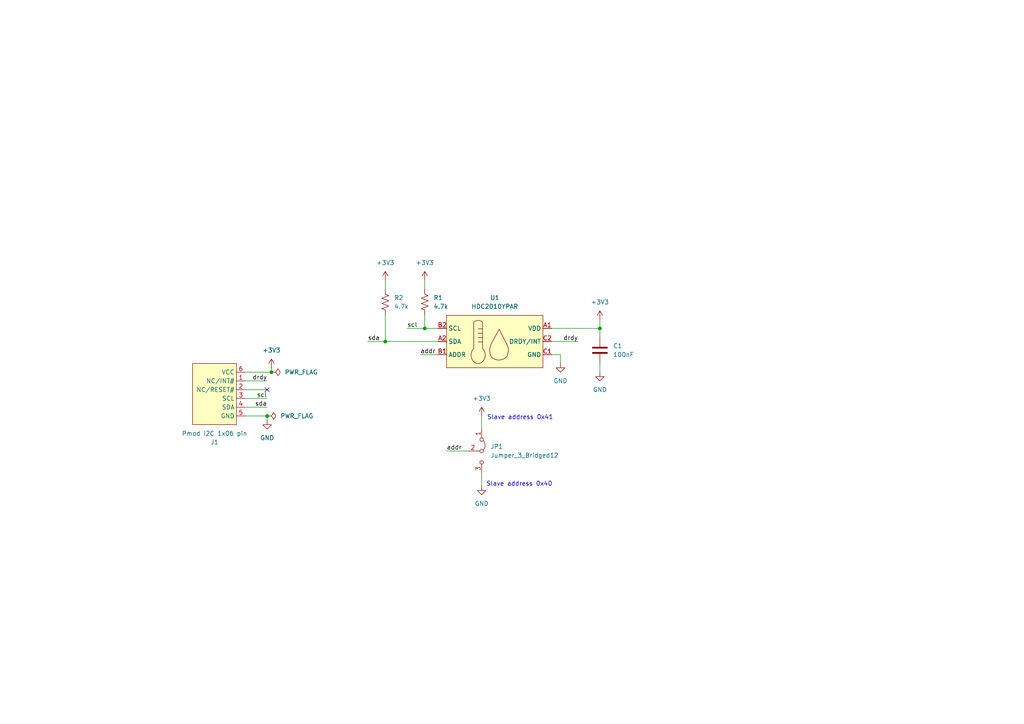
<source format=kicad_sch>
(kicad_sch (version 20250114) (generator "eeschema") (generator_version "9.0")
  (paper "A4")
  (title_block (title "Temperature and humidity sensor module") (date "2026-01-18") (rev "0.0") (company "Cotti"))
  (lib_symbols
    (symbol "Device:C" (pin_numbers (hide yes)) (pin_names (offset 0.254))
      (property "Reference" "C" (at 0.635 2.54 0))
      (property "Value" "C" (at 0.635 -2.54 0))
      (symbol "C_0_1"
        (polyline (pts (xy -2.032 0.762) (xy 2.032 0.762)) (stroke (width 0.508)))
        (polyline (pts (xy -2.032 -0.762) (xy 2.032 -0.762)) (stroke (width 0.508)))
      )
      (symbol "C_1_1"
        (pin passive line (at 0 3.81 270) (length 2.794) (name "~") (number "1"))
        (pin passive line (at 0 -3.81 90) (length 2.794) (name "~") (number "2"))
      )
    )
    (symbol "Device:R_US" (pin_numbers (hide yes)) (pin_names (offset 0))
      (property "Reference" "R" (at 2.54 0 90))
      (property "Value" "R_US" (at -2.54 0 90))
      (symbol "R_US_0_1"
        (polyline (pts (xy 0 2.286) (xy 0 2.54)))
        (polyline (pts (xy 0 2.286) (xy 1.016 1.905) (xy 0 1.524) (xy -1.016 1.143) (xy 0 0.762)))
        (polyline (pts (xy 0 0.762) (xy 1.016 0.381) (xy 0 0) (xy -1.016 -0.381) (xy 0 -0.762)))
        (polyline (pts (xy 0 -0.762) (xy 1.016 -1.143) (xy 0 -1.524) (xy -1.016 -1.905) (xy 0 -2.286)))
        (polyline (pts (xy 0 -2.286) (xy 0 -2.54)))
      )
      (symbol "R_US_1_1"
        (pin passive line (at 0 3.81 270) (length 1.27) (name "~") (number "1"))
        (pin passive line (at 0 -3.81 90) (length 1.27) (name "~") (number "2"))
      )
    )
    (symbol "cotti_connectors:Jumper_3_Bridged12" (pin_names (offset 0) (hide yes)) (in_bom no)
      (property "Reference" "JP" (at 0 5.08 0))
      (property "Value" "Jumper_3_Bridged12" (at 0 2.794 0))
      (symbol "Jumper_3_Bridged12_0_0"
        (circle (center -3.302 0) (radius 0.508))
        (circle (center 0 0) (radius 0.508))
        (circle (center 3.302 0) (radius 0.508))
      )
      (symbol "Jumper_3_Bridged12_0_1"
        (arc (start -3.048 0.508) (mid -1.651 0.9912) (end -0.254 0.508))
        (polyline (pts (xy 0 -1.27) (xy 0 -0.508)))
      )
      (symbol "Jumper_3_Bridged12_1_1"
        (pin passive line (at -6.35 0 0) (length 2.54) (name "A") (number "1"))
        (pin passive line (at 0 -3.81 90) (length 2.54) (name "C") (number "2"))
        (pin passive line (at 6.35 0 180) (length 2.54) (name "B") (number "3"))
      )
    )
    (symbol "cotti_pmod:pmod_i2c_1x06_pin"
      (property "Reference" "J" (at 0.762 1.016 0))
      (property "Value" "Pmod I2C 1x06 pin" (at 5.334 -19.304 0))
      (symbol "pmod_i2c_1x06_pin_1_1"
        (rectangle (start 0 0) (end 12.7 -17.78) (fill (type background)))
        (pin power_in line (at -2.54 -2.54 0) (length 2.54) (name "VCC") (number "6"))
        (pin input line (at -2.54 -5.08 0) (length 2.54) (name "NC/INT#") (number "1"))
        (pin output line (at -2.54 -7.62 0) (length 2.54) (name "NC/RESET#") (number "2"))
        (pin bidirectional line (at -2.54 -10.16 0) (length 2.54) (name "SCL") (number "3"))
        (pin bidirectional line (at -2.54 -12.7 0) (length 2.54) (name "SDA") (number "4"))
        (pin power_in line (at -2.54 -15.24 0) (length 2.54) (name "GND") (number "5"))
      )
    )
    (symbol "cotti_sensors:temp_humid_sensor"
      (property "Reference" "U" (at -12.7 8.636 0))
      (property "Value" "HDC2010YPAR" (at 8.382 8.89 0))
      (symbol "temp_humid_sensor_1_1"
        (rectangle (start -12.7 7.62) (end 15.24 -7.62) (fill (type background)))
        (polyline (pts (xy -4.826 5.588) (xy -4.826 -2.032)))
        (arc (start -2.286 -2.032) (mid -1.4969 -3.937) (end -2.286 -5.842))
        (arc (start -4.826 5.588) (mid -3.556 6.1141) (end -2.286 5.588))
        (polyline (pts (xy -3.556 3.683) (xy -2.286 3.683)))
        (polyline (pts (xy -3.556 2.413) (xy -2.286 2.413)))
        (polyline (pts (xy -3.556 1.143) (xy -2.286 1.143)))
        (polyline (pts (xy -3.556 -0.127) (xy -2.286 -0.127)))
        (arc (start -2.286 -5.842) (mid -3.556 -6.3681) (end -4.826 -5.842))
        (arc (start -4.8259 -5.842) (mid -5.615 -3.937) (end -4.8259 -2.032))
        (polyline (pts (xy -2.286 5.588) (xy -2.286 -2.032)))
        (arc (start 4.699 -0.635) (mid 5.1917 -2.54) (end 4.699 -4.445))
        (arc (start 4.699 -4.445) (mid 2.4765 -5.3656) (end 0.254 -4.445))
        (polyline (pts (xy 2.54 3.556) (xy 0.254 -0.635)))
        (polyline (pts (xy 2.54 3.556) (xy 4.699 -0.635)))
        (arc (start 0.254 -4.445) (mid -0.1957 -2.54) (end 0.254 -0.635))
        (pin input line (at -15.24 3.81 0) (length 2.54) (name "SCL") (number "B2"))
        (pin bidirectional line (at -15.24 0 0) (length 2.54) (name "SDA") (number "A2"))
        (pin input line (at -15.24 -3.81 0) (length 2.54) (name "ADDR") (number "B1"))
        (pin power_in line (at 17.78 3.81 180) (length 2.54) (name "VDD") (number "A1"))
        (pin output line (at 17.78 0 180) (length 2.54) (name "DRDY/INT") (number "C2"))
        (pin power_in line (at 17.78 -3.81 180) (length 2.54) (name "GND") (number "C1"))
      )
    )
    (symbol "power:+3V3" (power) (pin_numbers (hide yes)) (pin_names (offset 0) (hide yes))
      (property "Value" "+3V3" (at 0 3.556 0))
      (symbol "+3V3_0_1"
        (polyline (pts (xy -0.762 1.27) (xy 0 2.54)))
        (polyline (pts (xy 0 2.54) (xy 0.762 1.27)))
        (polyline (pts (xy 0 0) (xy 0 2.54)))
      )
      (symbol "+3V3_1_1"
        (pin power_in line (at 0 0 90) (length 0) (name "~") (number "1"))
      )
    )
    (symbol "power:GND" (power) (pin_numbers (hide yes)) (pin_names (offset 0) (hide yes))
      (property "Value" "GND" (at 0 -3.81 0))
      (symbol "GND_0_1"
        (polyline (pts (xy 0 0) (xy 0 -1.27) (xy 1.27 -1.27) (xy 0 -2.54) (xy -1.27 -1.27) (xy 0 -1.27)))
      )
      (symbol "GND_1_1"
        (pin power_in line (at 0 0 270) (length 0) (name "~") (number "1"))
      )
    )
    (symbol "power:PWR_FLAG" (power) (pin_numbers (hide yes)) (pin_names (offset 0) (hide yes))
      (property "Value" "PWR_FLAG" (at 0 3.81 0))
      (symbol "PWR_FLAG_0_0"
        (pin power_out line (at 0 0 90) (length 0) (name "~") (number "1"))
      )
      (symbol "PWR_FLAG_0_1"
        (polyline (pts (xy 0 0) (xy 0 1.27) (xy -1.016 1.905) (xy 0 2.54) (xy 1.016 1.905) (xy 0 1.27)))
      )
    )
  )
  (text "Slave address 0x41" (at 150.876 121.158 0) (effects (font (size 1.27 1.27))))
  (text "Slave address 0x40" (at 150.622 140.462 0) (effects (font (size 1.27 1.27))))
  (junction (at 78.74 107.95))
  (junction (at 123.19 95.25))
  (junction (at 77.47 120.65))
  (junction (at 173.99 95.25))
  (junction (at 111.76 99.06))
  (no_connect (at 77.47 113.03))
  (wire (pts (xy 160.02 99.06) (xy 167.64 99.06)))
  (wire (pts (xy 160.02 95.25) (xy 173.99 95.25)))
  (wire (pts (xy 123.19 81.28) (xy 123.19 83.82)))
  (wire (pts (xy 118.11 95.25) (xy 123.19 95.25)))
  (wire (pts (xy 129.54 130.81) (xy 135.89 130.81)))
  (wire (pts (xy 111.76 81.28) (xy 111.76 83.82)))
  (wire (pts (xy 123.19 95.25) (xy 123.19 91.44)))
  (wire (pts (xy 173.99 105.41) (xy 173.99 107.95)))
  (wire (pts (xy 71.12 118.11) (xy 77.47 118.11)))
  (wire (pts (xy 127 95.25) (xy 123.19 95.25)))
  (wire (pts (xy 106.68 99.06) (xy 111.76 99.06)))
  (wire (pts (xy 77.47 120.65) (xy 77.47 121.92)))
  (wire (pts (xy 162.56 102.87) (xy 162.56 105.41)))
  (wire (pts (xy 173.99 95.25) (xy 173.99 97.79)))
  (wire (pts (xy 71.12 110.49) (xy 77.47 110.49)))
  (wire (pts (xy 71.12 115.57) (xy 77.47 115.57)))
  (wire (pts (xy 127 99.06) (xy 111.76 99.06)))
  (wire (pts (xy 121.92 102.87) (xy 127 102.87)))
  (wire (pts (xy 139.7 120.65) (xy 139.7 124.46)))
  (wire (pts (xy 78.74 107.95) (xy 78.74 106.68)))
  (wire (pts (xy 139.7 137.16) (xy 139.7 140.97)))
  (wire (pts (xy 173.99 92.71) (xy 173.99 95.25)))
  (wire (pts (xy 71.12 107.95) (xy 78.74 107.95)))
  (wire (pts (xy 71.12 120.65) (xy 77.47 120.65)))
  (wire (pts (xy 111.76 99.06) (xy 111.76 91.44)))
  (wire (pts (xy 160.02 102.87) (xy 162.56 102.87)))
  (wire (pts (xy 71.12 113.03) (xy 77.47 113.03)))
  (label "scl" (at 118.11 95.25 0))
  (label "addr" (at 129.54 130.81 0))
  (label "scl" (at 77.47 115.57 180))
  (label "addr" (at 121.92 102.87 0))
  (label "sda" (at 106.68 99.06 0))
  (label "sda" (at 77.47 118.11 180))
  (label "drdy" (at 167.64 99.06 180))
  (label "drdy" (at 77.47 110.49 180))
  (symbol (lib_id "cotti_connectors:Jumper_3_Bridged12") (at 139.7 130.81 270) (unit 1) (in_bom no)
    (property "Reference" "JP1" (at 142.24 129.5399 90) (effects (justify left)))
    (property "Value" "Jumper_3_Bridged12" (at 142.24 132.0799 90) (effects (justify left)))
    (property "Footprint" "Connector_PinHeader_2.54mm:PinHeader_1x03_P2.54mm_Vertical" (effects (hide yes)))
    (property "Datasheet" "https://app.adam-tech.com/products/download/data_sheet/201605/ph1-xx-ua-data-sheet.pdf" (effects (hide yes)))
    (property "Description" "Jumper, 3-pole, pins 1+2 closed/bridged" (effects (hide yes)))
    (property "Digikey" "https://www.digikey.com/en/products/detail/adam-tech/PH1-03-UA/9830289" (effects (hide yes)))
    (property "Mfr." "Adam Tech" (effects (hide yes)))
    (property "Mfr. P/N" "PH1-03-UA" (effects (hide yes)))
  )
  (symbol (lib_id "power:+3V3") (at 173.99 92.71 0) (unit 1)
    (property "Reference" "#PWR09" (effects (hide yes)))
    (property "Value" "+3V3" (at 173.99 87.63 0))
    (property "Description" "Power symbol creates a global label with name \"+3V3\"" (effects (hide yes)))
  )
  (symbol (lib_id "cotti_pmod:pmod_i2c_1x06_pin") (at 68.58 105.41 0) (mirror y) (unit 1)
    (property "Reference" "J1" (at 62.23 128.27 0))
    (property "Value" "Pmod I2C 1x06 pin" (at 62.23 125.73 0))
    (property "Footprint" "cotti_footprints:Pmod_1x06_pin" (effects (hide yes)))
    (property "Datasheet" "https://app.adam-tech.com/products/download/data_sheet/201281/ph1rb-xx-ua-data-sheet.pdf" (effects (hide yes)))
    (property "Description" "Connector Header Through Hole, Right Angle 6 position 0.100\" (2.54mm)" (effects (hide yes)))
    (property "Digikey" "https://www.digikey.com/en/products/detail/adam-tech/PH1RB-06-UA/9830592" (effects (hide yes)))
    (property "Mfr." "Adam Tech" (effects (hide yes)))
    (property "Mfr. P/N" "PH1RB-06-UA" (effects (hide yes)))
  )
  (symbol (lib_id "power:GND") (at 162.56 105.41 0) (unit 1)
    (property "Reference" "#PWR03" (effects (hide yes)))
    (property "Value" "GND" (at 162.56 110.49 0))
    (property "Description" "Power symbol creates a global label with name \"GND\" , ground" (effects (hide yes)))
  )
  (symbol (lib_id "Device:R_US") (at 123.19 87.63 0) (unit 1)
    (property "Reference" "R1" (at 125.73 86.3599 0) (effects (justify left)))
    (property "Value" "4.7k" (at 125.73 88.8999 0) (effects (justify left)))
    (property "Footprint" "Resistor_SMD:R_0805_2012Metric_Pad1.20x1.40mm_HandSolder" (effects (hide yes)))
    (property "Datasheet" "https://www.yageogroup.com/content/datasheet/asset/file/PYU-RC_GROUP_51_ROHS_L" (effects (hide yes)))
    (property "Description" "4.7 kOhms ±1% 0.125W, 1/8W Chip Resistor 0805 (2012 Metric) Moisture Resistant Thick Film" (effects (hide yes)))
    (property "Digikey" "https://www.digikey.com/en/products/detail/yageo/RC0805FR-134K7L/13694180" (effects (hide yes)))
    (property "Mfr." "YAGEO" (effects (hide yes)))
    (property "Mfr. P/N" "RC0805FR-134K7L" (effects (hide yes)))
  )
  (symbol (lib_id "Device:R_US") (at 111.76 87.63 0) (unit 1)
    (property "Reference" "R2" (at 114.3 86.3599 0) (effects (justify left)))
    (property "Value" "4.7k" (at 114.3 88.8999 0) (effects (justify left)))
    (property "Footprint" "Resistor_SMD:R_0805_2012Metric_Pad1.20x1.40mm_HandSolder" (effects (hide yes)))
    (property "Datasheet" "https://www.yageogroup.com/content/datasheet/asset/file/PYU-RC_GROUP_51_ROHS_L" (effects (hide yes)))
    (property "Description" "4.7 kOhms ±1% 0.125W, 1/8W Chip Resistor 0805 (2012 Metric) Moisture Resistant Thick Film" (effects (hide yes)))
    (property "Digikey" "https://www.digikey.com/en/products/detail/yageo/RC0805FR-134K7L/13694180" (effects (hide yes)))
    (property "Mfr." "YAGEO" (effects (hide yes)))
    (property "Mfr. P/N" "RC0805FR-134K7L" (effects (hide yes)))
  )
  (symbol (lib_id "power:+3V3") (at 139.7 120.65 0) (unit 1)
    (property "Reference" "#PWR06" (effects (hide yes)))
    (property "Value" "+3V3" (at 139.7 115.57 0))
    (property "Description" "Power symbol creates a global label with name \"+3V3\"" (effects (hide yes)))
  )
  (symbol (lib_id "power:PWR_FLAG") (at 78.74 107.95 270) (unit 1)
    (property "Reference" "#FLG02" (effects (hide yes)))
    (property "Value" "PWR_FLAG" (at 82.55 107.9499 90) (effects (justify left)))
    (property "Description" "Special symbol for telling ERC where power comes from" (effects (hide yes)))
  )
  (symbol (lib_id "power:PWR_FLAG") (at 77.47 120.65 270) (unit 1)
    (property "Reference" "#FLG01" (effects (hide yes)))
    (property "Value" "PWR_FLAG" (at 81.28 120.6499 90) (effects (justify left)))
    (property "Description" "Special symbol for telling ERC where power comes from" (effects (hide yes)))
  )
  (symbol (lib_id "power:+3V3") (at 111.76 81.28 0) (unit 1)
    (property "Reference" "#PWR02" (effects (hide yes)))
    (property "Value" "+3V3" (at 111.76 76.2 0))
    (property "Description" "Power symbol creates a global label with name \"+3V3\"" (effects (hide yes)))
  )
  (symbol (lib_id "power:+3V3") (at 123.19 81.28 0) (unit 1)
    (property "Reference" "#PWR01" (effects (hide yes)))
    (property "Value" "+3V3" (at 123.19 76.2 0))
    (property "Description" "Power symbol creates a global label with name \"+3V3\"" (effects (hide yes)))
  )
  (symbol (lib_id "Device:C") (at 173.99 101.6 0) (unit 1)
    (property "Reference" "C1" (at 177.8 100.3299 0) (effects (justify left)))
    (property "Value" "100nF" (at 177.8 102.8699 0) (effects (justify left)))
    (property "Footprint" "Capacitor_SMD:C_0805_2012Metric_Pad1.18x1.45mm_HandSolder" (effects (hide yes)))
    (property "Datasheet" "https://www.yageogroup.com/content/datasheet/asset/file/UPY-GPHC_X7R_6_3V-TO-250V" (effects (hide yes)))
    (property "Description" "0.1 µF ±10% 50V Ceramic Capacitor X7R 0805 (2012 Metric)" (effects (hide yes)))
    (property "Digikey" "https://www.digikey.com/en/products/detail/yageo/CC0805KRX7R9BB104/302874" (effects (hide yes)))
    (property "Mfr." "YAGEO" (effects (hide yes)))
    (property "Mfr. P/N" "CC0805KRX7R9BB104" (effects (hide yes)))
  )
  (symbol (lib_id "power:GND") (at 139.7 140.97 0) (unit 1)
    (property "Reference" "#PWR07" (effects (hide yes)))
    (property "Value" "GND" (at 139.7 146.05 0))
    (property "Description" "Power symbol creates a global label with name \"GND\" , ground" (effects (hide yes)))
  )
  (symbol (lib_id "power:+3V3") (at 78.74 106.68 0) (unit 1)
    (property "Reference" "#PWR05" (effects (hide yes)))
    (property "Value" "+3V3" (at 78.74 101.6 0))
    (property "Description" "Power symbol creates a global label with name \"+3V3\"" (effects (hide yes)))
  )
  (symbol (lib_id "power:GND") (at 173.99 107.95 0) (unit 1)
    (property "Reference" "#PWR08" (effects (hide yes)))
    (property "Value" "GND" (at 173.99 113.03 0))
    (property "Description" "Power symbol creates a global label with name \"GND\" , ground" (effects (hide yes)))
  )
  (symbol (lib_id "power:GND") (at 77.47 121.92 0) (unit 1)
    (property "Reference" "#PWR04" (effects (hide yes)))
    (property "Value" "GND" (at 77.47 127 0))
    (property "Description" "Power symbol creates a global label with name \"GND\" , ground" (effects (hide yes)))
  )
  (symbol (lib_id "cotti_sensors:temp_humid_sensor") (at 142.24 99.06 0) (unit 1)
    (property "Reference" "U1" (at 143.51 86.36 0))
    (property "Value" "HDC2010YPAR" (at 143.51 88.9 0))
    (property "Footprint" "cotti_footprints:BGA6C100X50P2X3_HDC2010YPAR" (effects (hide yes)))
    (property "Datasheet" "https://www.ti.com/general/docs/suppproductinfo.tsp?distId=10&gotoUrl=https%3A%2F%2Fwww.ti.com%2Flit%2Fgpn%2Fhdc2010" (effects (hide yes)))
    (property "Description" "Temperature and humidity sensor" (effects (hide yes)))
    (property "Digikey" "https://www.digikey.com/en/products/detail/texas-instruments/HDC2010YPAR/7561364" (effects (hide yes)))
    (property "Mfr." "Texas Instruments" (effects (hide yes)))
    (property "Mfr. P/N" "HDC2010YPAR" (effects (hide yes)))
  )
)
</source>
